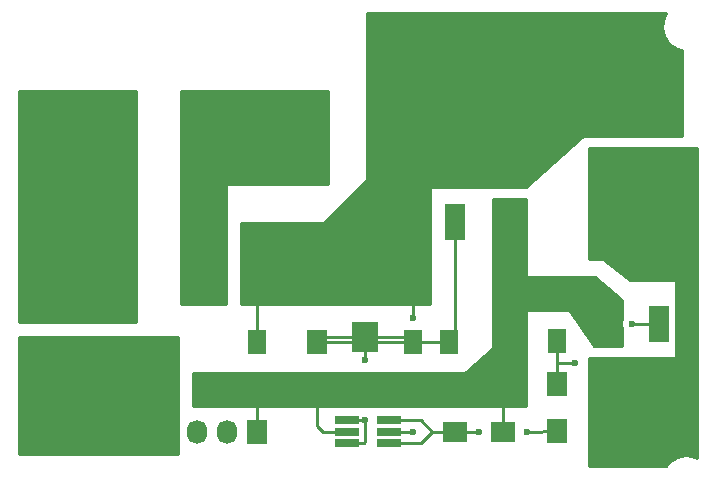
<source format=gtl>
%TF.GenerationSoftware,KiCad,Pcbnew,4.0.1-2.fc23-product*%
%TF.CreationDate,2015-12-31T19:29:04+01:00*%
%TF.ProjectId,sunpowered,73756E706F77657265642E6B69636164,rev?*%
%TF.FileFunction,Copper,L1,Top,Signal*%
%FSLAX46Y46*%
G04 Gerber Fmt 4.6, Leading zero omitted, Abs format (unit mm)*
G04 Created by KiCad (PCBNEW 4.0.1-2.fc23-product) date Thu 31 Dec 2015 19:29:04 CET*
%MOMM*%
G01*
G04 APERTURE LIST*
%ADD10C,0.100000*%
%ADD11R,1.651000X3.048000*%
%ADD12R,6.096000X6.096000*%
%ADD13C,2.794000*%
%ADD14R,3.048000X1.651000*%
%ADD15C,2.349500*%
%ADD16R,1.600000X2.000000*%
%ADD17R,2.301240X2.499360*%
%ADD18R,1.727200X2.032000*%
%ADD19O,1.727200X2.032000*%
%ADD20R,2.000000X1.700000*%
%ADD21R,1.700000X2.000000*%
%ADD22R,1.998980X0.690880*%
%ADD23C,0.600000*%
%ADD24C,0.250000*%
%ADD25C,0.254000*%
G04 APERTURE END LIST*
D10*
D11*
X157480000Y-116840000D03*
D12*
X155194000Y-123190000D03*
D11*
X152908000Y-116840000D03*
D13*
X108712000Y-109768000D03*
X108712000Y-114768000D03*
X108712000Y-124928000D03*
X108712000Y-119928000D03*
D14*
X119380000Y-109474000D03*
D12*
X125730000Y-111760000D03*
D14*
X119380000Y-114046000D03*
D15*
X121452640Y-101092000D03*
X126532640Y-101092000D03*
X111213900Y-101092000D03*
X106133900Y-101092000D03*
X123992640Y-98552000D03*
X123992640Y-103632000D03*
X108673900Y-98552000D03*
X108673900Y-103632000D03*
D16*
X123444000Y-118396000D03*
X123444000Y-122396000D03*
X139700000Y-118396000D03*
X139700000Y-122396000D03*
X148844000Y-118332000D03*
X148844000Y-114332000D03*
D17*
X132588000Y-113675160D03*
X132588000Y-117972840D03*
D13*
X153924000Y-108926000D03*
X153924000Y-103926000D03*
X153924000Y-93766000D03*
X153924000Y-98766000D03*
D18*
X123444000Y-125984000D03*
D19*
X120904000Y-125984000D03*
X118364000Y-125984000D03*
X115824000Y-125984000D03*
D11*
X140208000Y-108204000D03*
D12*
X142494000Y-101854000D03*
D11*
X144780000Y-108204000D03*
D20*
X119348000Y-122428000D03*
X115348000Y-122428000D03*
D21*
X128524000Y-118396000D03*
X128524000Y-122396000D03*
D20*
X140240000Y-125984000D03*
X144240000Y-125984000D03*
D21*
X148844000Y-121952000D03*
X148844000Y-125952000D03*
D22*
X131041140Y-125034040D03*
X131041140Y-125984000D03*
X131041140Y-126933960D03*
X134642860Y-126933960D03*
X134642860Y-125984000D03*
X134642860Y-125034040D03*
D16*
X136652000Y-118396000D03*
X136652000Y-122396000D03*
D23*
X150368000Y-120142000D03*
X155194000Y-116840000D03*
X136652000Y-116332000D03*
X136652000Y-125984000D03*
X121412000Y-122428000D03*
X132588000Y-119888000D03*
X132588000Y-124968000D03*
X105410000Y-105410000D03*
X105410000Y-106426000D03*
X106426000Y-106426000D03*
X106426000Y-105410000D03*
X107442000Y-105410000D03*
X107442000Y-106426000D03*
X109982000Y-106426000D03*
X110998000Y-106426000D03*
X112014000Y-106426000D03*
X112014000Y-105410000D03*
X110998000Y-105410000D03*
X109982000Y-105410000D03*
X117856000Y-104394000D03*
X118872000Y-104394000D03*
X118872000Y-105410000D03*
X119888000Y-105410000D03*
X119888000Y-106426000D03*
X118872000Y-106426000D03*
X117856000Y-106426000D03*
X117856000Y-105410000D03*
X117856000Y-107442000D03*
X118872000Y-107442000D03*
X119888000Y-107442000D03*
X119380000Y-112014000D03*
X159512000Y-112014000D03*
X159512000Y-110998000D03*
X152400000Y-127254000D03*
X152400000Y-128270000D03*
X153416000Y-128270000D03*
X153416000Y-127254000D03*
X154432000Y-127254000D03*
X154432000Y-128270000D03*
X155448000Y-128270000D03*
X155448000Y-127254000D03*
X156464000Y-127254000D03*
X156464000Y-128270000D03*
X157480000Y-128270000D03*
X157480000Y-127254000D03*
X158496000Y-127254000D03*
X159512000Y-127254000D03*
X159512000Y-126238000D03*
X159512000Y-125222000D03*
X159512000Y-124206000D03*
X159512000Y-123190000D03*
X159512000Y-122174000D03*
X159512000Y-121158000D03*
X159512000Y-113284000D03*
X159512000Y-114300000D03*
X159512000Y-115316000D03*
X159512000Y-116332000D03*
X159512000Y-117348000D03*
X159512000Y-118364000D03*
X159512000Y-119380000D03*
X159512000Y-120396000D03*
X156464000Y-112014000D03*
X156464000Y-110998000D03*
X155448000Y-112014000D03*
X157480000Y-110998000D03*
X157480000Y-112014000D03*
X158496000Y-112014000D03*
X158496000Y-110998000D03*
X158496000Y-109982000D03*
X159512000Y-109982000D03*
X158496000Y-108966000D03*
X159512000Y-108966000D03*
X158496000Y-107950000D03*
X159512000Y-107950000D03*
X158496000Y-106934000D03*
X159512000Y-106934000D03*
X158496000Y-105918000D03*
X159512000Y-105918000D03*
X158496000Y-104902000D03*
X159512000Y-104902000D03*
X158496000Y-103886000D03*
X159512000Y-103886000D03*
X146304000Y-125984000D03*
X142240000Y-125984000D03*
D24*
X157480000Y-116840000D02*
X155194000Y-116840000D01*
X150368000Y-120142000D02*
X148844000Y-120142000D01*
X148844000Y-118332000D02*
X148844000Y-120142000D01*
X148844000Y-120142000D02*
X148844000Y-121952000D01*
X134642860Y-125984000D02*
X136652000Y-125984000D01*
X136652000Y-116332000D02*
X136652000Y-114554000D01*
X123444000Y-118396000D02*
X123444000Y-114046000D01*
X123444000Y-114046000D02*
X125730000Y-111760000D01*
X144240000Y-125984000D02*
X144240000Y-123730000D01*
X144240000Y-123730000D02*
X144272000Y-123698000D01*
X145320000Y-108744000D02*
X144780000Y-108204000D01*
X123444000Y-122396000D02*
X123444000Y-125984000D01*
X121412000Y-122428000D02*
X119348000Y-122428000D01*
X131041140Y-125984000D02*
X129032000Y-125984000D01*
X128524000Y-125476000D02*
X128524000Y-122396000D01*
X129032000Y-125984000D02*
X128524000Y-125476000D01*
X139700000Y-118396000D02*
X136652000Y-118396000D01*
X132588000Y-117972840D02*
X136228840Y-117972840D01*
X136228840Y-117972840D02*
X136652000Y-118396000D01*
X132588000Y-117972840D02*
X128947160Y-117972840D01*
X128947160Y-117972840D02*
X128524000Y-118396000D01*
X136652000Y-118396000D02*
X128524000Y-118396000D01*
X140208000Y-108204000D02*
X140240000Y-117856000D01*
X140240000Y-117856000D02*
X139700000Y-118396000D01*
X131041140Y-126933960D02*
X132521960Y-126933960D01*
X132588000Y-126867920D02*
X132588000Y-124968000D01*
X132521960Y-126933960D02*
X132588000Y-126867920D01*
X131041140Y-125034040D02*
X132521960Y-125034040D01*
X132588000Y-119888000D02*
X132588000Y-117972840D01*
X132521960Y-125034040D02*
X132588000Y-124968000D01*
X139700000Y-118396000D02*
X139668000Y-118396000D01*
X139668000Y-118396000D02*
X139172000Y-118384000D01*
X105410000Y-106426000D02*
X105410000Y-105410000D01*
X106426000Y-105410000D02*
X106426000Y-106426000D01*
X107442000Y-106426000D02*
X107442000Y-105410000D01*
X110998000Y-106426000D02*
X109982000Y-106426000D01*
X112014000Y-105410000D02*
X112014000Y-106426000D01*
X109982000Y-105410000D02*
X110998000Y-105410000D01*
X108712000Y-109768000D02*
X108712000Y-103670100D01*
X108712000Y-103670100D02*
X108673900Y-103632000D01*
X117856000Y-104394000D02*
X118872000Y-104394000D01*
X118872000Y-105410000D02*
X119888000Y-105410000D01*
X119888000Y-106426000D02*
X118872000Y-106426000D01*
X117856000Y-106426000D02*
X117856000Y-105410000D01*
X117856000Y-107442000D02*
X118872000Y-107442000D01*
X119380000Y-109474000D02*
X119126000Y-109474000D01*
X119380000Y-109474000D02*
X118618000Y-109474000D01*
X119380000Y-109474000D02*
X119380000Y-109220000D01*
X159512000Y-121158000D02*
X159512000Y-120396000D01*
X158496000Y-110998000D02*
X159512000Y-110998000D01*
X152400000Y-127254000D02*
X152400000Y-128270000D01*
X153416000Y-128270000D02*
X153416000Y-127254000D01*
X154432000Y-127254000D02*
X154432000Y-128270000D01*
X155448000Y-128270000D02*
X155448000Y-127254000D01*
X156464000Y-127254000D02*
X156464000Y-128270000D01*
X157480000Y-128270000D02*
X157480000Y-127254000D01*
X158496000Y-127254000D02*
X159512000Y-127254000D01*
X159512000Y-126238000D02*
X159512000Y-125222000D01*
X159512000Y-124206000D02*
X159512000Y-123190000D01*
X159512000Y-122174000D02*
X159512000Y-121158000D01*
X159512000Y-113284000D02*
X159512000Y-112014000D01*
X159512000Y-115316000D02*
X159512000Y-114300000D01*
X159512000Y-117348000D02*
X159512000Y-116332000D01*
X159512000Y-119380000D02*
X159512000Y-118364000D01*
X155194000Y-123190000D02*
X155194000Y-124968000D01*
X155448000Y-112014000D02*
X156464000Y-112014000D01*
X157480000Y-112014000D02*
X157480000Y-110998000D01*
X158496000Y-110998000D02*
X158496000Y-112014000D01*
X157440000Y-108926000D02*
X158496000Y-109982000D01*
X157440000Y-108926000D02*
X153924000Y-108926000D01*
X159512000Y-108966000D02*
X158496000Y-108966000D01*
X157520000Y-108926000D02*
X158496000Y-107950000D01*
X157520000Y-108926000D02*
X153924000Y-108926000D01*
X159512000Y-106934000D02*
X158496000Y-106934000D01*
X156504000Y-103926000D02*
X158496000Y-105918000D01*
X156504000Y-103926000D02*
X153924000Y-103926000D01*
X159512000Y-104902000D02*
X158496000Y-104902000D01*
X158456000Y-103926000D02*
X158496000Y-103886000D01*
X158456000Y-103926000D02*
X153924000Y-103926000D01*
X140240000Y-125984000D02*
X142240000Y-125984000D01*
X146304000Y-125984000D02*
X148844000Y-125952000D01*
X134642860Y-125034040D02*
X137347960Y-125034040D01*
X137347960Y-125034040D02*
X138297920Y-125984000D01*
X134642860Y-126933960D02*
X137347960Y-126933960D01*
X137347960Y-126933960D02*
X138297920Y-125984000D01*
X138297920Y-125984000D02*
X140240000Y-125984000D01*
D25*
G36*
X116713000Y-127889000D02*
X103251000Y-127889000D01*
X103251000Y-117983000D01*
X116713000Y-117983000D01*
X116713000Y-127889000D01*
X116713000Y-127889000D01*
G37*
X116713000Y-127889000D02*
X103251000Y-127889000D01*
X103251000Y-117983000D01*
X116713000Y-117983000D01*
X116713000Y-127889000D01*
G36*
X157872157Y-90909545D02*
X157716119Y-91694000D01*
X157872157Y-92478455D01*
X158316515Y-93143485D01*
X158981545Y-93587843D01*
X159385000Y-93668095D01*
X159385000Y-100965000D01*
X151130000Y-100965000D01*
X151080590Y-100975006D01*
X151045317Y-100997354D01*
X146255477Y-105283000D01*
X138176000Y-105283000D01*
X138126590Y-105293006D01*
X138084965Y-105321447D01*
X138057685Y-105363841D01*
X138049000Y-105410000D01*
X138049000Y-115189000D01*
X122047000Y-115189000D01*
X122047000Y-108331000D01*
X129032000Y-108331000D01*
X129081410Y-108320994D01*
X129121803Y-108293803D01*
X132677803Y-104737803D01*
X132705666Y-104695789D01*
X132715000Y-104648000D01*
X132715000Y-90551000D01*
X158111729Y-90551000D01*
X157872157Y-90909545D01*
X157872157Y-90909545D01*
G37*
X157872157Y-90909545D02*
X157716119Y-91694000D01*
X157872157Y-92478455D01*
X158316515Y-93143485D01*
X158981545Y-93587843D01*
X159385000Y-93668095D01*
X159385000Y-100965000D01*
X151130000Y-100965000D01*
X151080590Y-100975006D01*
X151045317Y-100997354D01*
X146255477Y-105283000D01*
X138176000Y-105283000D01*
X138126590Y-105293006D01*
X138084965Y-105321447D01*
X138057685Y-105363841D01*
X138049000Y-105410000D01*
X138049000Y-115189000D01*
X122047000Y-115189000D01*
X122047000Y-108331000D01*
X129032000Y-108331000D01*
X129081410Y-108320994D01*
X129121803Y-108293803D01*
X132677803Y-104737803D01*
X132705666Y-104695789D01*
X132715000Y-104648000D01*
X132715000Y-90551000D01*
X158111729Y-90551000D01*
X157872157Y-90909545D01*
G36*
X146177000Y-112776000D02*
X146187006Y-112825410D01*
X146215447Y-112867035D01*
X146257841Y-112894315D01*
X146304000Y-112903000D01*
X152097715Y-112903000D01*
X154305000Y-114865031D01*
X154305000Y-116542811D01*
X154259162Y-116653201D01*
X154258838Y-117025167D01*
X154305000Y-117136888D01*
X154305000Y-118745000D01*
X151959968Y-118745000D01*
X149965670Y-115753553D01*
X149929937Y-115717992D01*
X149860000Y-115697000D01*
X146304000Y-115697000D01*
X146254590Y-115707006D01*
X146212965Y-115735447D01*
X146185685Y-115777841D01*
X146177000Y-115824000D01*
X146177000Y-123825000D01*
X117983000Y-123825000D01*
X117983000Y-121031000D01*
X140970000Y-121031000D01*
X141019410Y-121020994D01*
X141054374Y-120998921D01*
X143340374Y-118966921D01*
X143370656Y-118926616D01*
X143383000Y-118872000D01*
X143383000Y-106299000D01*
X146177000Y-106299000D01*
X146177000Y-112776000D01*
X146177000Y-112776000D01*
G37*
X146177000Y-112776000D02*
X146187006Y-112825410D01*
X146215447Y-112867035D01*
X146257841Y-112894315D01*
X146304000Y-112903000D01*
X152097715Y-112903000D01*
X154305000Y-114865031D01*
X154305000Y-116542811D01*
X154259162Y-116653201D01*
X154258838Y-117025167D01*
X154305000Y-117136888D01*
X154305000Y-118745000D01*
X151959968Y-118745000D01*
X149965670Y-115753553D01*
X149929937Y-115717992D01*
X149860000Y-115697000D01*
X146304000Y-115697000D01*
X146254590Y-115707006D01*
X146212965Y-115735447D01*
X146185685Y-115777841D01*
X146177000Y-115824000D01*
X146177000Y-123825000D01*
X117983000Y-123825000D01*
X117983000Y-121031000D01*
X140970000Y-121031000D01*
X141019410Y-121020994D01*
X141054374Y-120998921D01*
X143340374Y-118966921D01*
X143370656Y-118926616D01*
X143383000Y-118872000D01*
X143383000Y-106299000D01*
X146177000Y-106299000D01*
X146177000Y-112776000D01*
G36*
X129413000Y-105029000D02*
X120904000Y-105029000D01*
X120854590Y-105039006D01*
X120812965Y-105067447D01*
X120785685Y-105109841D01*
X120777000Y-105156000D01*
X120777000Y-115189000D01*
X116967000Y-115189000D01*
X116967000Y-97155000D01*
X129413000Y-97155000D01*
X129413000Y-105029000D01*
X129413000Y-105029000D01*
G37*
X129413000Y-105029000D02*
X120904000Y-105029000D01*
X120854590Y-105039006D01*
X120812965Y-105067447D01*
X120785685Y-105109841D01*
X120777000Y-105156000D01*
X120777000Y-115189000D01*
X116967000Y-115189000D01*
X116967000Y-97155000D01*
X129413000Y-97155000D01*
X129413000Y-105029000D01*
G36*
X160655000Y-128224012D02*
X160550455Y-128154157D01*
X159766000Y-127998119D01*
X158981545Y-128154157D01*
X158316515Y-128598515D01*
X158111729Y-128905000D01*
X151511000Y-128905000D01*
X151511000Y-119761000D01*
X158750000Y-119761000D01*
X158799410Y-119750994D01*
X158841035Y-119722553D01*
X158868315Y-119680159D01*
X158877000Y-119634000D01*
X158877000Y-118652378D01*
X158901931Y-118615890D01*
X158952940Y-118364000D01*
X158952940Y-115316000D01*
X158908662Y-115080683D01*
X158877000Y-115031479D01*
X158877000Y-113284000D01*
X158866994Y-113234590D01*
X158838553Y-113192965D01*
X158796159Y-113165685D01*
X158750000Y-113157000D01*
X154983575Y-113157000D01*
X152731970Y-111405752D01*
X152686826Y-111383316D01*
X152654000Y-111379000D01*
X151511000Y-111379000D01*
X151511000Y-101981000D01*
X160655000Y-101981000D01*
X160655000Y-128224012D01*
X160655000Y-128224012D01*
G37*
X160655000Y-128224012D02*
X160550455Y-128154157D01*
X159766000Y-127998119D01*
X158981545Y-128154157D01*
X158316515Y-128598515D01*
X158111729Y-128905000D01*
X151511000Y-128905000D01*
X151511000Y-119761000D01*
X158750000Y-119761000D01*
X158799410Y-119750994D01*
X158841035Y-119722553D01*
X158868315Y-119680159D01*
X158877000Y-119634000D01*
X158877000Y-118652378D01*
X158901931Y-118615890D01*
X158952940Y-118364000D01*
X158952940Y-115316000D01*
X158908662Y-115080683D01*
X158877000Y-115031479D01*
X158877000Y-113284000D01*
X158866994Y-113234590D01*
X158838553Y-113192965D01*
X158796159Y-113165685D01*
X158750000Y-113157000D01*
X154983575Y-113157000D01*
X152731970Y-111405752D01*
X152686826Y-111383316D01*
X152654000Y-111379000D01*
X151511000Y-111379000D01*
X151511000Y-101981000D01*
X160655000Y-101981000D01*
X160655000Y-128224012D01*
G36*
X113157000Y-116713000D02*
X103251000Y-116713000D01*
X103251000Y-97155000D01*
X113157000Y-97155000D01*
X113157000Y-116713000D01*
X113157000Y-116713000D01*
G37*
X113157000Y-116713000D02*
X103251000Y-116713000D01*
X103251000Y-97155000D01*
X113157000Y-97155000D01*
X113157000Y-116713000D01*
M02*

</source>
